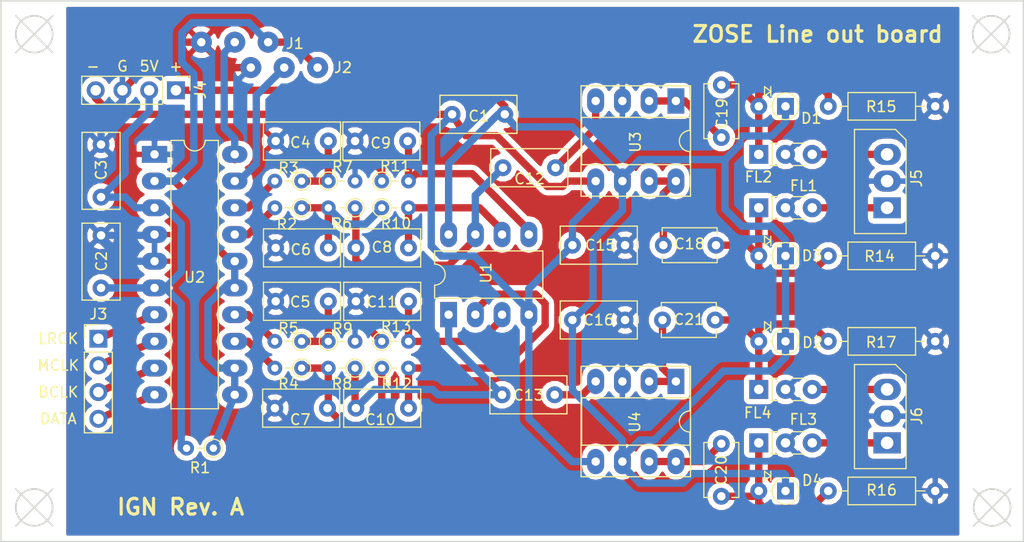
<source format=kicad_pcb>
(kicad_pcb (version 4) (host pcbnew 4.0.7)
  (title_block (date 2018-03-27) (rev 3))
  (layers (0 F.Cu signal) (31 B.Cu signal) (35 F.Paste user hide) (37 F.SilkS user) (39 F.Mask user hide) (44 Edge.Cuts user))
  (net 0 "")
  (net 1 +5V)
  (net 2 GNDA)
  (net 3 "Net-(C4-Pad1)")
  (net 4 "Net-(C5-Pad1)")
  (net 5 "Net-(C6-Pad1)")
  (net 6 "Net-(C12-Pad1)")
  (net 7 "Net-(C10-Pad1)")
  (net 8 "Net-(C12-Pad2)")
  (net 9 "Net-(C13-Pad2)")
  (net 10 -12V)
  (net 11 "Net-(C18-Pad1)")
  (net 12 "Net-(C18-Pad2)")
  (net 13 "Net-(C19-Pad1)")
  (net 14 "Net-(C19-Pad2)")
  (net 15 "Net-(C20-Pad1)")
  (net 16 "Net-(C20-Pad2)")
  (net 17 "Net-(C21-Pad1)")
  (net 18 "Net-(C21-Pad2)")
  (net 19 "Net-(R2-Pad2)")
  (net 20 "Net-(R3-Pad2)")
  (net 21 "Net-(R4-Pad2)")
  (net 22 "Net-(R5-Pad2)")
  (net 23 LRCK)
  (net 24 MCLK)
  (net 25 BCLK)
  (net 26 SDATA)
  (net 27 +15V)
  (net 28 "Net-(C7-Pad1)")
  (net 29 "Net-(C8-Pad2)")
  (net 30 "Net-(C9-Pad1)")
  (net 31 "Net-(C10-Pad2)")
  (net 32 "Net-(C11-Pad1)")
  (net 33 "Net-(FL1-Pad3)")
  (net 34 "Net-(FL2-Pad3)")
  (net 35 "Net-(FL3-Pad3)")
  (net 36 "Net-(FL4-Pad3)")
  (net 37 "Net-(J1-Pad1)")
  (net 38 "Net-(J1-Pad2)")
  (net 39 "Net-(J2-Pad2)")
  (module Wire_Pads:SolderWirePad_3x_0-8mmDrill (layer F.Cu) (at 131.699 78.105 180)
    (fp_text reference J2 (at -5.588 0 180) (layer F.SilkS))
    (fp_text value GS3)
    (pad 1 thru_hole circle (at -3.175 0 180) (size 1.99898 1.99898) (drill 0.8001) (layers *.Cu *.Mask) (net 37 "Net-(J1-Pad1)"))
    (pad 2 thru_hole circle (at 0 0 180) (size 1.99898 1.99898) (drill 0.8001) (layers *.Cu *.Mask) (net 39 "Net-(J2-Pad2)"))
    (pad 3 thru_hole circle (at 3.175 0 180) (size 1.99898 1.99898) (drill 0.8001) (layers *.Cu *.Mask) (net 2 GNDA))
  )
  (module Wire_Pads:SolderWirePad_3x_0-8mmDrill (layer F.Cu) (at 127 75.692 180)
    (fp_text reference J1 (at -5.715 -0.127 180) (layer F.SilkS))
    (fp_text value GS3)
    (pad 1 thru_hole circle (at -3.175 0 180) (size 1.99898 1.99898) (drill 0.8001) (layers *.Cu *.Mask) (net 37 "Net-(J1-Pad1)"))
    (pad 2 thru_hole circle (at 0 0 180) (size 1.99898 1.99898) (drill 0.8001) (layers *.Cu *.Mask) (net 38 "Net-(J1-Pad2)"))
    (pad 3 thru_hole circle (at 3.175 0 180) (size 1.99898 1.99898) (drill 0.8001) (layers *.Cu *.Mask) (net 2 GNDA))
  )
  (module Diodes_THT:D_DO-35_SOD27_P2.54mm_Vertical_AnodeUp (layer F.Cu) (at 179.324 118.364 180)
    (fp_text reference D4 (at -2.54 1.0033 180) (layer F.SilkS))
    (fp_text value D)
    (pad 1 thru_hole rect (at 0 0 180) (size 1.6 1.6) (drill 0.8) (layers *.Cu *.Mask) (net 27 +15V))
    (pad 2 thru_hole oval (at 2.54 0 180) (size 1.6 1.6) (drill 0.8) (layers *.Cu *.Mask) (net 16 "Net-(C20-Pad2)"))
  )
  (module Diodes_THT:D_DO-35_SOD27_P2.54mm_Vertical_AnodeUp (layer F.Cu) (at 179.324 81.788 180)
    (fp_text reference D1 (at -2.4511 -1.143 180) (layer F.SilkS))
    (fp_text value D)
    (pad 1 thru_hole rect (at 0 0 180) (size 1.6 1.6) (drill 0.8) (layers *.Cu *.Mask) (net 27 +15V))
    (pad 2 thru_hole oval (at 2.54 0 180) (size 1.6 1.6) (drill 0.8) (layers *.Cu *.Mask) (net 14 "Net-(C19-Pad2)"))
  )
  (module Resistors_THT:R_Axial_DIN0204_L3.6mm_D1.6mm_P2.54mm_Vertical (layer F.Cu) (at 138.43 106.68 180)
    (fp_text reference R8 (at 1.2446 -1.4859 180) (layer F.SilkS))
    (fp_text value 13.7k)
    (pad 1 thru_hole circle (at 0 0 180) (size 1.4 1.4) (drill 0.7) (layers *.Cu *.Mask) (net 7 "Net-(C10-Pad1)"))
    (pad 2 thru_hole oval (at 2.54 0 180) (size 1.4 1.4) (drill 0.7) (layers *.Cu *.Mask) (net 28 "Net-(C7-Pad1)"))
  )
  (module Capacitors_THT:C_Rect_L7.2mm_W3.5mm_P5.00mm_FKS2_FKP2_MKS2_MKP2 (layer F.Cu) (at 152.654 82.55 180)
    (fp_text reference C1 (at 2.4727 -0.1651 180) (layer F.SilkS))
    (fp_text value 0.1uF)
    (pad 1 thru_hole circle (at 0 0 180) (size 1.6 1.6) (drill 0.8) (layers *.Cu *.Mask) (net 27 +15V))
    (pad 2 thru_hole circle (at 5 0 180) (size 1.6 1.6) (drill 0.8) (layers *.Cu *.Mask) (net 10 -12V))
  )
  (module Capacitors_THT:C_Rect_L7.2mm_W3.5mm_P5.00mm_FKS2_FKP2_MKS2_MKP2 (layer F.Cu) (at 114.3 99.06 90)
    (fp_text reference C2 (at 2.5362 0.0381 90) (layer F.SilkS))
    (fp_text value 0.1uF)
    (pad 1 thru_hole circle (at 0 0 90) (size 1.6 1.6) (drill 0.8) (layers *.Cu *.Mask) (net 1 +5V))
    (pad 2 thru_hole circle (at 5 0 90) (size 1.6 1.6) (drill 0.8) (layers *.Cu *.Mask) (net 2 GNDA))
  )
  (module Capacitors_THT:C_Rect_L7.2mm_W3.5mm_P5.00mm_FKS2_FKP2_MKS2_MKP2 (layer F.Cu) (at 114.3 90.424 90)
    (fp_text reference C3 (at 2.5781 0.0127 90) (layer F.SilkS))
    (fp_text value 10uF)
    (pad 1 thru_hole circle (at 0 0 90) (size 1.6 1.6) (drill 0.8) (layers *.Cu *.Mask) (net 1 +5V))
    (pad 2 thru_hole circle (at 5 0 90) (size 1.6 1.6) (drill 0.8) (layers *.Cu *.Mask) (net 2 GNDA))
  )
  (module Capacitors_THT:C_Rect_L7.2mm_W3.5mm_P5.00mm_FKS2_FKP2_MKS2_MKP2 (layer F.Cu) (at 135.89 85.09 180)
    (fp_text reference C4 (at 2.6543 -0.1397 180) (layer F.SilkS))
    (fp_text value 1nF)
    (pad 1 thru_hole circle (at 0 0 180) (size 1.6 1.6) (drill 0.8) (layers *.Cu *.Mask) (net 3 "Net-(C4-Pad1)"))
    (pad 2 thru_hole circle (at 5 0 180) (size 1.6 1.6) (drill 0.8) (layers *.Cu *.Mask) (net 2 GNDA))
  )
  (module Capacitors_THT:C_Rect_L7.2mm_W3.5mm_P5.00mm_FKS2_FKP2_MKS2_MKP2 (layer F.Cu) (at 135.89 100.33 180)
    (fp_text reference C5 (at 2.667 -0.0635 180) (layer F.SilkS))
    (fp_text value 1nF)
    (pad 1 thru_hole circle (at 0 0 180) (size 1.6 1.6) (drill 0.8) (layers *.Cu *.Mask) (net 4 "Net-(C5-Pad1)"))
    (pad 2 thru_hole circle (at 5 0 180) (size 1.6 1.6) (drill 0.8) (layers *.Cu *.Mask) (net 2 GNDA))
  )
  (module Capacitors_THT:C_Rect_L7.2mm_W3.5mm_P5.00mm_FKS2_FKP2_MKS2_MKP2 (layer F.Cu) (at 135.89 95.25 180)
    (fp_text reference C6 (at 2.6162 -0.1651 180) (layer F.SilkS))
    (fp_text value 1nF)
    (pad 1 thru_hole circle (at 0 0 180) (size 1.6 1.6) (drill 0.8) (layers *.Cu *.Mask) (net 5 "Net-(C6-Pad1)"))
    (pad 2 thru_hole circle (at 5 0 180) (size 1.6 1.6) (drill 0.8) (layers *.Cu *.Mask) (net 2 GNDA))
  )
  (module Capacitors_THT:C_Rect_L7.2mm_W3.5mm_P5.00mm_FKS2_FKP2_MKS2_MKP2 (layer F.Cu) (at 135.81 110.49 180)
    (fp_text reference C7 (at 2.587 -1.0922 180) (layer F.SilkS))
    (fp_text value 1nF)
    (pad 1 thru_hole circle (at 0 0 180) (size 1.6 1.6) (drill 0.8) (layers *.Cu *.Mask) (net 28 "Net-(C7-Pad1)"))
    (pad 2 thru_hole circle (at 5 0 180) (size 1.6 1.6) (drill 0.8) (layers *.Cu *.Mask) (net 2 GNDA))
  )
  (module Capacitors_THT:C_Rect_L7.2mm_W3.5mm_P5.00mm_FKS2_FKP2_MKS2_MKP2 (layer F.Cu) (at 138.51 95.25)
    (fp_text reference C8 (at 2.4727 -0.0635) (layer F.SilkS))
    (fp_text value 220pF)
    (pad 1 thru_hole circle (at 0 0) (size 1.6 1.6) (drill 0.8) (layers *.Cu *.Mask) (net 6 "Net-(C12-Pad1)"))
    (pad 2 thru_hole circle (at 5 0) (size 1.6 1.6) (drill 0.8) (layers *.Cu *.Mask) (net 29 "Net-(C8-Pad2)"))
  )
  (module Capacitors_THT:C_Rect_L7.2mm_W3.5mm_P5.00mm_FKS2_FKP2_MKS2_MKP2 (layer F.Cu) (at 143.43 85.09 180)
    (fp_text reference C9 (at 2.5616 -0.1905 180) (layer F.SilkS))
    (fp_text value 220pF)
    (pad 1 thru_hole circle (at 0 0 180) (size 1.6 1.6) (drill 0.8) (layers *.Cu *.Mask) (net 30 "Net-(C9-Pad1)"))
    (pad 2 thru_hole circle (at 5 0 180) (size 1.6 1.6) (drill 0.8) (layers *.Cu *.Mask) (net 2 GNDA))
  )
  (module Capacitors_THT:C_Rect_L7.2mm_W3.5mm_P5.00mm_FKS2_FKP2_MKS2_MKP2 (layer F.Cu) (at 138.51 110.49)
    (fp_text reference C10 (at 2.333 1.0922) (layer F.SilkS))
    (fp_text value 220pF)
    (pad 1 thru_hole circle (at 0 0) (size 1.6 1.6) (drill 0.8) (layers *.Cu *.Mask) (net 7 "Net-(C10-Pad1)"))
    (pad 2 thru_hole circle (at 5 0) (size 1.6 1.6) (drill 0.8) (layers *.Cu *.Mask) (net 31 "Net-(C10-Pad2)"))
  )
  (module Capacitors_THT:C_Rect_L7.2mm_W3.5mm_P5.00mm_FKS2_FKP2_MKS2_MKP2 (layer F.Cu) (at 143.51 100.33 180)
    (fp_text reference C11 (at 2.5273 -0.0635 180) (layer F.SilkS))
    (fp_text value 220pF)
    (pad 1 thru_hole circle (at 0 0 180) (size 1.6 1.6) (drill 0.8) (layers *.Cu *.Mask) (net 32 "Net-(C11-Pad1)"))
    (pad 2 thru_hole circle (at 5 0 180) (size 1.6 1.6) (drill 0.8) (layers *.Cu *.Mask) (net 2 GNDA))
  )
  (module Capacitors_THT:C_Rect_L7.2mm_W3.5mm_P5.00mm_FKS2_FKP2_MKS2_MKP2 (layer F.Cu) (at 152.48 87.63)
    (fp_text reference C12 (at 2.5362 1.0541) (layer F.SilkS))
    (fp_text value 47uF)
    (pad 1 thru_hole circle (at 0 0) (size 1.6 1.6) (drill 0.8) (layers *.Cu *.Mask) (net 6 "Net-(C12-Pad1)"))
    (pad 2 thru_hole circle (at 5 0) (size 1.6 1.6) (drill 0.8) (layers *.Cu *.Mask) (net 8 "Net-(C12-Pad2)"))
  )
  (module Capacitors_THT:C_Rect_L7.2mm_W3.5mm_P5.00mm_FKS2_FKP2_MKS2_MKP2 (layer F.Cu) (at 152.4 109.22)
    (fp_text reference C13 (at 2.5146 0.0381) (layer F.SilkS))
    (fp_text value 47uF)
    (pad 1 thru_hole circle (at 0 0) (size 1.6 1.6) (drill 0.8) (layers *.Cu *.Mask) (net 7 "Net-(C10-Pad1)"))
    (pad 2 thru_hole circle (at 5 0) (size 1.6 1.6) (drill 0.8) (layers *.Cu *.Mask) (net 9 "Net-(C13-Pad2)"))
  )
  (module Capacitors_THT:C_Rect_L7.2mm_W3.5mm_P5.00mm_FKS2_FKP2_MKS2_MKP2 (layer F.Cu) (at 164.084 94.996 180)
    (fp_text reference C15 (at 2.3584 0 360) (layer F.SilkS))
    (fp_text value 1uF)
    (pad 1 thru_hole circle (at 0 0 180) (size 1.6 1.6) (drill 0.8) (layers *.Cu *.Mask) (net 2 GNDA))
    (pad 2 thru_hole circle (at 5 0 180) (size 1.6 1.6) (drill 0.8) (layers *.Cu *.Mask) (net 10 -12V))
  )
  (module Capacitors_THT:C_Rect_L7.2mm_W3.5mm_P5.00mm_FKS2_FKP2_MKS2_MKP2 (layer F.Cu) (at 164.084 102.108 180)
    (fp_text reference C16 (at 2.5108 0 180) (layer F.SilkS))
    (fp_text value 1uF)
    (pad 1 thru_hole circle (at 0 0 180) (size 1.6 1.6) (drill 0.8) (layers *.Cu *.Mask) (net 2 GNDA))
    (pad 2 thru_hole circle (at 5 0 180) (size 1.6 1.6) (drill 0.8) (layers *.Cu *.Mask) (net 27 +15V))
  )
  (module Capacitors_THT:C_Disc_D5.1mm_W3.2mm_P5.00mm (layer F.Cu) (at 167.72 94.996)
    (fp_text reference C18 (at 2.4854 -0.127) (layer F.SilkS))
    (fp_text value 220uF)
    (pad 1 thru_hole circle (at 0 0) (size 1.6 1.6) (drill 0.8) (layers *.Cu *.Mask) (net 11 "Net-(C18-Pad1)"))
    (pad 2 thru_hole circle (at 5 0) (size 1.6 1.6) (drill 0.8) (layers *.Cu *.Mask) (net 12 "Net-(C18-Pad2)"))
  )
  (module Capacitors_THT:C_Disc_D5.1mm_W3.2mm_P5.00mm (layer F.Cu) (at 173.228 84.756 90)
    (fp_text reference C19 (at 2.286 0.0635 90) (layer F.SilkS))
    (fp_text value 220uF)
    (pad 1 thru_hole circle (at 0 0 90) (size 1.6 1.6) (drill 0.8) (layers *.Cu *.Mask) (net 13 "Net-(C19-Pad1)"))
    (pad 2 thru_hole circle (at 5 0 90) (size 1.6 1.6) (drill 0.8) (layers *.Cu *.Mask) (net 14 "Net-(C19-Pad2)"))
  )
  (module Capacitors_THT:C_Disc_D5.1mm_W3.2mm_P5.00mm (layer F.Cu) (at 173.228 113.872 270)
    (fp_text reference C20 (at 2.5146 0 270) (layer F.SilkS))
    (fp_text value 220uF)
    (pad 1 thru_hole circle (at 0 0 270) (size 1.6 1.6) (drill 0.8) (layers *.Cu *.Mask) (net 15 "Net-(C20-Pad1)"))
    (pad 2 thru_hole circle (at 5 0 270) (size 1.6 1.6) (drill 0.8) (layers *.Cu *.Mask) (net 16 "Net-(C20-Pad2)"))
  )
  (module Capacitors_THT:C_Disc_D5.1mm_W3.2mm_P5.00mm (layer F.Cu) (at 167.64 102.108)
    (fp_text reference C21 (at 2.5108 -0.0508) (layer F.SilkS))
    (fp_text value 220uF)
    (pad 1 thru_hole circle (at 0 0) (size 1.6 1.6) (drill 0.8) (layers *.Cu *.Mask) (net 17 "Net-(C21-Pad1)"))
    (pad 2 thru_hole circle (at 5 0) (size 1.6 1.6) (drill 0.8) (layers *.Cu *.Mask) (net 18 "Net-(C21-Pad2)"))
  )
  (module Diodes_THT:D_DO-35_SOD27_P2.54mm_Vertical_AnodeUp (layer F.Cu) (at 179.324 104.14 180)
    (fp_text reference D2 (at -2.5654 -0.1143 180) (layer F.SilkS))
    (fp_text value D)
    (pad 1 thru_hole rect (at 0 0 180) (size 1.6 1.6) (drill 0.8) (layers *.Cu *.Mask) (net 27 +15V))
    (pad 2 thru_hole oval (at 2.54 0 180) (size 1.6 1.6) (drill 0.8) (layers *.Cu *.Mask) (net 18 "Net-(C21-Pad2)"))
  )
  (module Diodes_THT:D_DO-35_SOD27_P2.54mm_Vertical_AnodeUp (layer F.Cu) (at 179.324 96.012 180)
    (fp_text reference D3 (at -2.5273 0.0127 180) (layer F.SilkS))
    (fp_text value D)
    (pad 1 thru_hole rect (at 0 0 180) (size 1.6 1.6) (drill 0.8) (layers *.Cu *.Mask) (net 27 +15V))
    (pad 2 thru_hole oval (at 2.54 0 180) (size 1.6 1.6) (drill 0.8) (layers *.Cu *.Mask) (net 12 "Net-(C18-Pad2)"))
  )
  (module LEDs:LED_Rectangular_W5.0mm_H2.0mm-3pins (layer F.Cu) (at 176.784 91.44)
    (fp_text reference FL1 (at 4.2672 -2.0955) (layer F.SilkS))
    (fp_text value EMI_Filter_LCL)
    (pad 1 thru_hole rect (at 0 0) (size 1.8 1.8) (drill 0.9) (layers *.Cu *.Mask) (net 12 "Net-(C18-Pad2)"))
    (pad 2 thru_hole circle (at 2.54 0) (size 1.8 1.8) (drill 0.9) (layers *.Cu *.Mask) (net 2 GNDA))
    (pad 3 thru_hole circle (at 5.08 0) (size 1.8 1.8) (drill 0.9) (layers *.Cu *.Mask) (net 33 "Net-(FL1-Pad3)"))
  )
  (module LEDs:LED_Rectangular_W5.0mm_H2.0mm-3pins (layer F.Cu) (at 176.784 86.36)
    (fp_text reference FL2 (at -0.0254 2.1463) (layer F.SilkS))
    (fp_text value EMI_Filter_LCL)
    (pad 1 thru_hole rect (at 0 0) (size 1.8 1.8) (drill 0.9) (layers *.Cu *.Mask) (net 14 "Net-(C19-Pad2)"))
    (pad 2 thru_hole circle (at 2.54 0) (size 1.8 1.8) (drill 0.9) (layers *.Cu *.Mask) (net 2 GNDA))
    (pad 3 thru_hole circle (at 5.08 0) (size 1.8 1.8) (drill 0.9) (layers *.Cu *.Mask) (net 34 "Net-(FL2-Pad3)"))
  )
  (module LEDs:LED_Rectangular_W5.0mm_H2.0mm-3pins (layer F.Cu) (at 176.784 113.792)
    (fp_text reference FL3 (at 4.2418 -2.2352) (layer F.SilkS))
    (fp_text value EMI_Filter_LCL)
    (pad 1 thru_hole rect (at 0 0) (size 1.8 1.8) (drill 0.9) (layers *.Cu *.Mask) (net 16 "Net-(C20-Pad2)"))
    (pad 2 thru_hole circle (at 2.54 0) (size 1.8 1.8) (drill 0.9) (layers *.Cu *.Mask) (net 2 GNDA))
    (pad 3 thru_hole circle (at 5.08 0) (size 1.8 1.8) (drill 0.9) (layers *.Cu *.Mask) (net 35 "Net-(FL3-Pad3)"))
  )
  (module LEDs:LED_Rectangular_W5.0mm_H2.0mm-3pins (layer F.Cu) (at 176.784 108.712)
    (fp_text reference FL4 (at -0.1016 2.2225) (layer F.SilkS))
    (fp_text value EMI_Filter_LCL)
    (pad 1 thru_hole rect (at 0 0) (size 1.8 1.8) (drill 0.9) (layers *.Cu *.Mask) (net 18 "Net-(C21-Pad2)"))
    (pad 2 thru_hole circle (at 2.54 0) (size 1.8 1.8) (drill 0.9) (layers *.Cu *.Mask) (net 2 GNDA))
    (pad 3 thru_hole circle (at 5.08 0) (size 1.8 1.8) (drill 0.9) (layers *.Cu *.Mask) (net 36 "Net-(FL4-Pad3)"))
  )
  (module Pin_Headers:Pin_Header_Straight_1x04_Pitch2.54mm (layer F.Cu) (at 114.046 103.886)
    (fp_text reference J3 (at 0 -2.33) (layer F.SilkS))
    (fp_text value "Data In")
    (pad 1 thru_hole rect (at 0 0) (size 1.7 1.7) (drill 1) (layers *.Cu *.Mask) (net 23 LRCK))
    (pad 2 thru_hole oval (at 0 2.54) (size 1.7 1.7) (drill 1) (layers *.Cu *.Mask) (net 24 MCLK))
    (pad 3 thru_hole oval (at 0 5.08) (size 1.7 1.7) (drill 1) (layers *.Cu *.Mask) (net 25 BCLK))
    (pad 4 thru_hole oval (at 0 7.62) (size 1.7 1.7) (drill 1) (layers *.Cu *.Mask) (net 26 SDATA))
  )
  (module Pin_Headers:Pin_Header_Straight_1x04_Pitch2.54mm (layer F.Cu) (at 121.412 80.264 270)
    (fp_text reference J4 (at 0 -2.33 270) (layer F.SilkS))
    (fp_text value "Power In")
    (pad 1 thru_hole rect (at 0 0 270) (size 1.7 1.7) (drill 1) (layers *.Cu *.Mask) (net 27 +15V))
    (pad 2 thru_hole oval (at 0 2.54 270) (size 1.7 1.7) (drill 1) (layers *.Cu *.Mask) (net 1 +5V))
    (pad 3 thru_hole oval (at 0 5.08 270) (size 1.7 1.7) (drill 1) (layers *.Cu *.Mask) (net 2 GNDA))
    (pad 4 thru_hole oval (at 0 7.62 270) (size 1.7 1.7) (drill 1) (layers *.Cu *.Mask) (net 10 -12V))
  )
  (module Connectors_Molex:Molex_SPOX-5267_22-03-5035_03x2.54mm_Straight (layer F.Cu) (at 188.976 91.44 90)
    (fp_text reference J5 (at 2.8067 2.794 90) (layer F.SilkS))
    (fp_text value Left)
    (pad 1 thru_hole rect (at 0 0 90) (size 2 2.6) (drill 1.2) (layers *.Cu *.Mask) (net 33 "Net-(FL1-Pad3)"))
    (pad 2 thru_hole oval (at 2.54 0 90) (size 2 2.6) (drill 1.2) (layers *.Cu *.Mask) (net 2 GNDA))
    (pad 3 thru_hole oval (at 5.08 0 90) (size 2 2.6) (drill 1.2) (layers *.Cu *.Mask) (net 34 "Net-(FL2-Pad3)"))
  )
  (module Connectors_Molex:Molex_SPOX-5267_22-03-5035_03x2.54mm_Straight (layer F.Cu) (at 188.976 113.792 90)
    (fp_text reference J6 (at 2.54 2.8194 90) (layer F.SilkS))
    (fp_text value Right)
    (pad 1 thru_hole rect (at 0 0 90) (size 2 2.6) (drill 1.2) (layers *.Cu *.Mask) (net 35 "Net-(FL3-Pad3)"))
    (pad 2 thru_hole oval (at 2.54 0 90) (size 2 2.6) (drill 1.2) (layers *.Cu *.Mask) (net 2 GNDA))
    (pad 3 thru_hole oval (at 5.08 0 90) (size 2 2.6) (drill 1.2) (layers *.Cu *.Mask) (net 36 "Net-(FL4-Pad3)"))
  )
  (module Resistors_THT:R_Axial_DIN0204_L3.6mm_D1.6mm_P2.54mm_Vertical (layer F.Cu) (at 124.968 114.3 180)
    (fp_text reference R1 (at 1.27 -1.86 180) (layer F.SilkS))
    (fp_text value 1k)
    (pad 1 thru_hole circle (at 0 0 180) (size 1.4 1.4) (drill 0.7) (layers *.Cu *.Mask) (net 37 "Net-(J1-Pad1)"))
    (pad 2 thru_hole oval (at 2.54 0 180) (size 1.4 1.4) (drill 0.7) (layers *.Cu *.Mask) (net 1 +5V))
  )
  (module Resistors_THT:R_Axial_DIN0204_L3.6mm_D1.6mm_P2.54mm_Vertical (layer F.Cu) (at 133.35 91.44 180)
    (fp_text reference R2 (at 1.397 -1.5621 180) (layer F.SilkS))
    (fp_text value 13.7k)
    (pad 1 thru_hole circle (at 0 0 180) (size 1.4 1.4) (drill 0.7) (layers *.Cu *.Mask) (net 5 "Net-(C6-Pad1)"))
    (pad 2 thru_hole oval (at 2.54 0 180) (size 1.4 1.4) (drill 0.7) (layers *.Cu *.Mask) (net 19 "Net-(R2-Pad2)"))
  )
  (module Resistors_THT:R_Axial_DIN0204_L3.6mm_D1.6mm_P2.54mm_Vertical (layer F.Cu) (at 133.35 88.9 180)
    (fp_text reference R3 (at 1.2319 1.2573 180) (layer F.SilkS))
    (fp_text value 13.7k)
    (pad 1 thru_hole circle (at 0 0 180) (size 1.4 1.4) (drill 0.7) (layers *.Cu *.Mask) (net 3 "Net-(C4-Pad1)"))
    (pad 2 thru_hole oval (at 2.54 0 180) (size 1.4 1.4) (drill 0.7) (layers *.Cu *.Mask) (net 20 "Net-(R3-Pad2)"))
  )
  (module Resistors_THT:R_Axial_DIN0204_L3.6mm_D1.6mm_P2.54mm_Vertical (layer F.Cu) (at 133.35 106.68 180)
    (fp_text reference R4 (at 1.2446 -1.4859 180) (layer F.SilkS))
    (fp_text value 13.7k)
    (pad 1 thru_hole circle (at 0 0 180) (size 1.4 1.4) (drill 0.7) (layers *.Cu *.Mask) (net 28 "Net-(C7-Pad1)"))
    (pad 2 thru_hole oval (at 2.54 0 180) (size 1.4 1.4) (drill 0.7) (layers *.Cu *.Mask) (net 21 "Net-(R4-Pad2)"))
  )
  (module Resistors_THT:R_Axial_DIN0204_L3.6mm_D1.6mm_P2.54mm_Vertical (layer F.Cu) (at 133.35 104.14 180)
    (fp_text reference R5 (at 1.2446 1.2446 180) (layer F.SilkS))
    (fp_text value 13.7k)
    (pad 1 thru_hole circle (at 0 0 180) (size 1.4 1.4) (drill 0.7) (layers *.Cu *.Mask) (net 4 "Net-(C5-Pad1)"))
    (pad 2 thru_hole oval (at 2.54 0 180) (size 1.4 1.4) (drill 0.7) (layers *.Cu *.Mask) (net 22 "Net-(R5-Pad2)"))
  )
  (module Resistors_THT:R_Axial_DIN0204_L3.6mm_D1.6mm_P2.54mm_Vertical (layer F.Cu) (at 138.43 91.44 180)
    (fp_text reference R6 (at 1.2573 -1.5113 180) (layer F.SilkS))
    (fp_text value 13.7k)
    (pad 1 thru_hole circle (at 0 0 180) (size 1.4 1.4) (drill 0.7) (layers *.Cu *.Mask) (net 6 "Net-(C12-Pad1)"))
    (pad 2 thru_hole oval (at 2.54 0 180) (size 1.4 1.4) (drill 0.7) (layers *.Cu *.Mask) (net 5 "Net-(C6-Pad1)"))
  )
  (module Resistors_THT:R_Axial_DIN0204_L3.6mm_D1.6mm_P2.54mm_Vertical (layer F.Cu) (at 135.89 88.9)
    (fp_text reference R7 (at 1.3335 -1.3589) (layer F.SilkS))
    (fp_text value 13.7k)
    (pad 1 thru_hole circle (at 0 0) (size 1.4 1.4) (drill 0.7) (layers *.Cu *.Mask) (net 3 "Net-(C4-Pad1)"))
    (pad 2 thru_hole oval (at 2.54 0) (size 1.4 1.4) (drill 0.7) (layers *.Cu *.Mask) (net 2 GNDA))
  )
  (module Resistors_THT:R_Axial_DIN0204_L3.6mm_D1.6mm_P2.54mm_Vertical (layer F.Cu) (at 135.89 104.14)
    (fp_text reference R9 (at 1.3462 -1.2065) (layer F.SilkS))
    (fp_text value 13.7kR)
    (pad 1 thru_hole circle (at 0 0) (size 1.4 1.4) (drill 0.7) (layers *.Cu *.Mask) (net 4 "Net-(C5-Pad1)"))
    (pad 2 thru_hole oval (at 2.54 0) (size 1.4 1.4) (drill 0.7) (layers *.Cu *.Mask) (net 2 GNDA))
  )
  (module Resistors_THT:R_Axial_DIN0204_L3.6mm_D1.6mm_P2.54mm_Vertical (layer F.Cu) (at 140.97 91.44)
    (fp_text reference R10 (at 1.3462 1.4859) (layer F.SilkS))
    (fp_text value 3.32k)
    (pad 1 thru_hole circle (at 0 0) (size 1.4 1.4) (drill 0.7) (layers *.Cu *.Mask) (net 5 "Net-(C6-Pad1)"))
    (pad 2 thru_hole oval (at 2.54 0) (size 1.4 1.4) (drill 0.7) (layers *.Cu *.Mask) (net 29 "Net-(C8-Pad2)"))
  )
  (module Resistors_THT:R_Axial_DIN0204_L3.6mm_D1.6mm_P2.54mm_Vertical (layer F.Cu) (at 140.97 88.9)
    (fp_text reference R11 (at 1.2827 -1.4478) (layer F.SilkS))
    (fp_text value 3,32k)
    (pad 1 thru_hole circle (at 0 0) (size 1.4 1.4) (drill 0.7) (layers *.Cu *.Mask) (net 3 "Net-(C4-Pad1)"))
    (pad 2 thru_hole oval (at 2.54 0) (size 1.4 1.4) (drill 0.7) (layers *.Cu *.Mask) (net 30 "Net-(C9-Pad1)"))
  )
  (module Resistors_THT:R_Axial_DIN0204_L3.6mm_D1.6mm_P2.54mm_Vertical (layer F.Cu) (at 140.97 106.68)
    (fp_text reference R12 (at 1.4097 1.524) (layer F.SilkS))
    (fp_text value 3.32k)
    (pad 1 thru_hole circle (at 0 0) (size 1.4 1.4) (drill 0.7) (layers *.Cu *.Mask) (net 28 "Net-(C7-Pad1)"))
    (pad 2 thru_hole oval (at 2.54 0) (size 1.4 1.4) (drill 0.7) (layers *.Cu *.Mask) (net 31 "Net-(C10-Pad2)"))
  )
  (module Resistors_THT:R_Axial_DIN0204_L3.6mm_D1.6mm_P2.54mm_Vertical (layer F.Cu) (at 140.97 104.14)
    (fp_text reference R13 (at 1.3589 -1.4224) (layer F.SilkS))
    (fp_text value 3.32k)
    (pad 1 thru_hole circle (at 0 0) (size 1.4 1.4) (drill 0.7) (layers *.Cu *.Mask) (net 4 "Net-(C5-Pad1)"))
    (pad 2 thru_hole oval (at 2.54 0) (size 1.4 1.4) (drill 0.7) (layers *.Cu *.Mask) (net 32 "Net-(C11-Pad1)"))
  )
  (module Resistors_THT:R_Axial_DIN0207_L6.3mm_D2.5mm_P10.16mm_Horizontal (layer F.Cu) (at 183.388 96.012)
    (fp_text reference R14 (at 4.8768 0.0381) (layer F.SilkS))
    (fp_text value 100k)
    (pad 1 thru_hole circle (at 0 0) (size 1.6 1.6) (drill 0.8) (layers *.Cu *.Mask) (net 12 "Net-(C18-Pad2)"))
    (pad 2 thru_hole oval (at 10.16 0) (size 1.6 1.6) (drill 0.8) (layers *.Cu *.Mask) (net 2 GNDA))
  )
  (module Resistors_THT:R_Axial_DIN0207_L6.3mm_D2.5mm_P10.16mm_Horizontal (layer F.Cu) (at 193.548 81.788 180)
    (fp_text reference R15 (at 5.1308 -0.0381 180) (layer F.SilkS))
    (fp_text value 100k)
    (pad 1 thru_hole circle (at 0 0 180) (size 1.6 1.6) (drill 0.8) (layers *.Cu *.Mask) (net 2 GNDA))
    (pad 2 thru_hole oval (at 10.16 0 180) (size 1.6 1.6) (drill 0.8) (layers *.Cu *.Mask) (net 14 "Net-(C19-Pad2)"))
  )
  (module Resistors_THT:R_Axial_DIN0207_L6.3mm_D2.5mm_P10.16mm_Horizontal (layer F.Cu) (at 183.388 118.364)
    (fp_text reference R16 (at 5.0673 -0.0762) (layer F.SilkS))
    (fp_text value 100k)
    (pad 1 thru_hole circle (at 0 0) (size 1.6 1.6) (drill 0.8) (layers *.Cu *.Mask) (net 16 "Net-(C20-Pad2)"))
    (pad 2 thru_hole oval (at 10.16 0) (size 1.6 1.6) (drill 0.8) (layers *.Cu *.Mask) (net 2 GNDA))
  )
  (module Resistors_THT:R_Axial_DIN0207_L6.3mm_D2.5mm_P10.16mm_Horizontal (layer F.Cu) (at 193.548 104.14 180)
    (fp_text reference R17 (at 5.1435 -0.0889 180) (layer F.SilkS))
    (fp_text value 100k)
    (pad 1 thru_hole circle (at 0 0 180) (size 1.6 1.6) (drill 0.8) (layers *.Cu *.Mask) (net 2 GNDA))
    (pad 2 thru_hole oval (at 10.16 0 180) (size 1.6 1.6) (drill 0.8) (layers *.Cu *.Mask) (net 18 "Net-(C21-Pad2)"))
  )
  (module Housings_DIP:DIP-8_W7.62mm_LongPads (layer F.Cu) (at 147.32 101.6 90)
    (fp_text reference U1 (at 3.9751 3.556 90) (layer F.SilkS))
    (fp_text value OPA2604)
    (pad 1 thru_hole rect (at 0 0 90) (size 2.4 1.6) (drill 0.8) (layers *.Cu *.Mask) (net 7 "Net-(C10-Pad1)"))
    (pad 5 thru_hole oval (at 7.62 7.62 90) (size 2.4 1.6) (drill 0.8) (layers *.Cu *.Mask) (net 30 "Net-(C9-Pad1)"))
    (pad 2 thru_hole oval (at 0 2.54 90) (size 2.4 1.6) (drill 0.8) (layers *.Cu *.Mask) (net 31 "Net-(C10-Pad2)"))
    (pad 6 thru_hole oval (at 7.62 5.08 90) (size 2.4 1.6) (drill 0.8) (layers *.Cu *.Mask) (net 29 "Net-(C8-Pad2)"))
    (pad 3 thru_hole oval (at 0 5.08 90) (size 2.4 1.6) (drill 0.8) (layers *.Cu *.Mask) (net 32 "Net-(C11-Pad1)"))
    (pad 7 thru_hole oval (at 7.62 2.54 90) (size 2.4 1.6) (drill 0.8) (layers *.Cu *.Mask) (net 6 "Net-(C12-Pad1)"))
    (pad 4 thru_hole oval (at 0 7.62 90) (size 2.4 1.6) (drill 0.8) (layers *.Cu *.Mask) (net 10 -12V))
    (pad 8 thru_hole oval (at 7.62 0 90) (size 2.4 1.6) (drill 0.8) (layers *.Cu *.Mask) (net 27 +15V))
  )
  (module Housings_DIP:DIP-20_W7.62mm_LongPads (layer F.Cu) (at 119.38 86.36)
    (fp_text reference U2 (at 3.81 11.684) (layer F.SilkS))
    (fp_text value CS4390)
    (pad 1 thru_hole rect (at 0 0) (size 2.4 1.6) (drill 0.8) (layers *.Cu *.Mask) (net 2 GNDA))
    (pad 11 thru_hole oval (at 7.62 22.86) (size 2.4 1.6) (drill 0.8) (layers *.Cu *.Mask) (net 37 "Net-(J1-Pad1)"))
    (pad 2 thru_hole oval (at 0 2.54) (size 2.4 1.6) (drill 0.8) (layers *.Cu *.Mask) (net 37 "Net-(J1-Pad1)"))
    (pad 12 thru_hole oval (at 7.62 20.32) (size 2.4 1.6) (drill 0.8) (layers *.Cu *.Mask) (net 37 "Net-(J1-Pad1)"))
    (pad 3 thru_hole oval (at 0 5.08) (size 2.4 1.6) (drill 0.8) (layers *.Cu *.Mask) (net 1 +5V))
    (pad 13 thru_hole oval (at 7.62 17.78) (size 2.4 1.6) (drill 0.8) (layers *.Cu *.Mask) (net 21 "Net-(R4-Pad2)"))
    (pad 4 thru_hole oval (at 0 7.62) (size 2.4 1.6) (drill 0.8) (layers *.Cu *.Mask) (net 2 GNDA))
    (pad 14 thru_hole oval (at 7.62 15.24) (size 2.4 1.6) (drill 0.8) (layers *.Cu *.Mask) (net 22 "Net-(R5-Pad2)"))
    (pad 5 thru_hole oval (at 0 10.16) (size 2.4 1.6) (drill 0.8) (layers *.Cu *.Mask) (net 2 GNDA))
    (pad 15 thru_hole oval (at 7.62 12.7) (size 2.4 1.6) (drill 0.8) (layers *.Cu *.Mask) (net 37 "Net-(J1-Pad1)"))
    (pad 6 thru_hole oval (at 0 12.7) (size 2.4 1.6) (drill 0.8) (layers *.Cu *.Mask) (net 1 +5V))
    (pad 16 thru_hole oval (at 7.62 10.16) (size 2.4 1.6) (drill 0.8) (layers *.Cu *.Mask) (net 37 "Net-(J1-Pad1)"))
    (pad 7 thru_hole oval (at 0 15.24) (size 2.4 1.6) (drill 0.8) (layers *.Cu *.Mask) (net 23 LRCK))
    (pad 17 thru_hole oval (at 7.62 7.62) (size 2.4 1.6) (drill 0.8) (layers *.Cu *.Mask) (net 19 "Net-(R2-Pad2)"))
    (pad 8 thru_hole oval (at 0 17.78) (size 2.4 1.6) (drill 0.8) (layers *.Cu *.Mask) (net 24 MCLK))
    (pad 18 thru_hole oval (at 7.62 5.08) (size 2.4 1.6) (drill 0.8) (layers *.Cu *.Mask) (net 20 "Net-(R3-Pad2)"))
    (pad 9 thru_hole oval (at 0 20.32) (size 2.4 1.6) (drill 0.8) (layers *.Cu *.Mask) (net 25 BCLK))
    (pad 19 thru_hole oval (at 7.62 2.54) (size 2.4 1.6) (drill 0.8) (layers *.Cu *.Mask) (net 39 "Net-(J2-Pad2)"))
    (pad 10 thru_hole oval (at 0 22.86) (size 2.4 1.6) (drill 0.8) (layers *.Cu *.Mask) (net 26 SDATA))
    (pad 20 thru_hole oval (at 7.62 0) (size 2.4 1.6) (drill 0.8) (layers *.Cu *.Mask) (net 38 "Net-(J1-Pad2)"))
  )
  (module Housings_DIP:DIP-8_W7.62mm_Socket_LongPads (layer F.Cu) (at 168.91 81.28 270)
    (fp_text reference U3 (at 3.9116 3.8481 270) (layer F.SilkS))
    (fp_text value DRV134)
    (pad 1 thru_hole rect (at 0 0 270) (size 2.4 1.6) (drill 0.8) (layers *.Cu *.Mask) (net 13 "Net-(C19-Pad1)"))
    (pad 5 thru_hole oval (at 7.62 7.62 270) (size 2.4 1.6) (drill 0.8) (layers *.Cu *.Mask) (net 10 -12V))
    (pad 2 thru_hole oval (at 0 2.54 270) (size 2.4 1.6) (drill 0.8) (layers *.Cu *.Mask) (net 13 "Net-(C19-Pad1)"))
    (pad 6 thru_hole oval (at 7.62 5.08 270) (size 2.4 1.6) (drill 0.8) (layers *.Cu *.Mask) (net 27 +15V))
    (pad 3 thru_hole oval (at 0 5.08 270) (size 2.4 1.6) (drill 0.8) (layers *.Cu *.Mask) (net 2 GNDA))
    (pad 7 thru_hole oval (at 7.62 2.54 270) (size 2.4 1.6) (drill 0.8) (layers *.Cu *.Mask) (net 11 "Net-(C18-Pad1)"))
    (pad 4 thru_hole oval (at 0 7.62 270) (size 2.4 1.6) (drill 0.8) (layers *.Cu *.Mask) (net 8 "Net-(C12-Pad2)"))
    (pad 8 thru_hole oval (at 7.62 0 270) (size 2.4 1.6) (drill 0.8) (layers *.Cu *.Mask) (net 11 "Net-(C18-Pad1)"))
  )
  (module Housings_DIP:DIP-8_W7.62mm_Socket_LongPads (layer F.Cu) (at 168.91 107.95 270)
    (fp_text reference U4 (at 3.8608 3.8989 270) (layer F.SilkS))
    (fp_text value DRV134)
    (pad 1 thru_hole rect (at 0 0 270) (size 2.4 1.6) (drill 0.8) (layers *.Cu *.Mask) (net 17 "Net-(C21-Pad1)"))
    (pad 5 thru_hole oval (at 7.62 7.62 270) (size 2.4 1.6) (drill 0.8) (layers *.Cu *.Mask) (net 10 -12V))
    (pad 2 thru_hole oval (at 0 2.54 270) (size 2.4 1.6) (drill 0.8) (layers *.Cu *.Mask) (net 17 "Net-(C21-Pad1)"))
    (pad 6 thru_hole oval (at 7.62 5.08 270) (size 2.4 1.6) (drill 0.8) (layers *.Cu *.Mask) (net 27 +15V))
    (pad 3 thru_hole oval (at 0 5.08 270) (size 2.4 1.6) (drill 0.8) (layers *.Cu *.Mask) (net 2 GNDA))
    (pad 7 thru_hole oval (at 7.62 2.54 270) (size 2.4 1.6) (drill 0.8) (layers *.Cu *.Mask) (net 15 "Net-(C20-Pad1)"))
    (pad 4 thru_hole oval (at 0 7.62 270) (size 2.4 1.6) (drill 0.8) (layers *.Cu *.Mask) (net 9 "Net-(C13-Pad2)"))
    (pad 8 thru_hole oval (at 7.62 0 270) (size 2.4 1.6) (drill 0.8) (layers *.Cu *.Mask) (net 15 "Net-(C20-Pad1)"))
  )
  (gr_text DATA (at 110.236 111.506) (layer F.SilkS) (effects (font (size 1 1))))
  (gr_text BCLK (at 110.236 108.966) (layer F.SilkS) (effects (font (size 1 1))))
  (gr_text MCLK (at 110.236 106.426) (layer F.SilkS) (effects (font (size 1 1))))
  (gr_text LRCK (at 110.236 103.886) (layer F.SilkS) (effects (font (size 1 1))))
  (gr_text + (at 121.412 77.978) (layer F.SilkS) (effects (font (size 1 1))))
  (gr_text 5V (at 118.872 77.978) (layer F.SilkS) (effects (font (size 1 1))))
  (gr_text G (at 116.332 77.978) (layer F.SilkS) (effects (font (size 1 1))))
  (gr_text - (at 113.538 77.978) (layer F.SilkS) (effects (font (size 1 1))))
  (gr_text "ZOSE Line out board" (at 182.372 74.93) (layer F.SilkS) (effects (font (size 1.5 1.5) (thickness 0.3))))
  (gr_text "IGN Rev. A " (at 122.428 119.888) (layer F.SilkS) (effects (font (size 1.5 1.5) (thickness 0.3))))
  (gr_circle (center 107.95 119.9261) (end 107.9373 121.6787) (layer Edge.Cuts) (width 0.15))
  (gr_circle (center 198.9582 119.9388) (end 200.7108 119.9642) (layer Edge.Cuts) (width 0.15))
  (gr_circle (center 107.95 74.93) (end 109.7026 74.9681) (layer Edge.Cuts) (width 0.15))
  (gr_circle (center 198.8566 74.93) (end 200.6092 74.93) (layer Edge.Cuts) (width 0.15))
  (target x (at 198.861686 74.93) (size 3.5) (width 0.15) (layer Edge.Cuts))
  (gr_line (start 104.775 123.19) (end 104.775 71.755) (layer Edge.Cuts) (width 0.15))
  (gr_line (start 201.93 123.19) (end 104.775 123.19) (layer Edge.Cuts) (width 0.15))
  (gr_line (start 201.93 71.755) (end 201.93 123.19) (layer Edge.Cuts) (width 0.15))
  (gr_line (start 104.775 71.755) (end 201.93 71.755) (layer Edge.Cuts) (width 0.15))
  (target x (at 198.95 119.93) (size 3.5) (width 0.15) (layer Edge.Cuts))
  (target x (at 107.95 74.93) (size 3.5) (width 0.15) (layer Edge.Cuts))
  (target x (at 107.95 119.93) (size 3.5) (width 0.15) (layer Edge.Cuts))
  (segment (start 114.3 90.424) (end 116.586 90.424) (width 0.7) (layer B.Cu) (net 1))
  (segment (start 117.602 91.44) (end 119.38 91.44) (width 0.7) (layer B.Cu) (net 1))
  (segment (start 116.586 90.424) (end 117.602 91.44) (width 0.7) (layer B.Cu) (net 1))
  (segment (start 118.872 80.264) (end 118.872 82.296) (width 0.7) (layer B.Cu) (net 1))
  (segment (start 116.586 88.138) (end 114.3 90.424) (width 0.7) (layer B.Cu) (net 1))
  (segment (start 116.586 84.582) (end 116.586 88.138) (width 0.7) (layer B.Cu) (net 1))
  (segment (start 118.872 82.296) (end 116.586 84.582) (width 0.7) (layer B.Cu) (net 1))
  (segment (start 119.38 91.44) (end 120.396 91.44) (width 0.7) (layer B.Cu) (net 1))
  (segment (start 120.396 91.44) (end 121.92 92.964) (width 0.7) (layer B.Cu) (net 1))
  (segment (start 121.92 97.536) (end 120.396 99.06) (width 0.7) (layer B.Cu) (net 1))
  (segment (start 121.92 92.964) (end 121.92 97.536) (width 0.7) (layer B.Cu) (net 1))
  (segment (start 120.396 99.06) (end 119.38 99.06) (width 0.7) (layer B.Cu) (net 1))
  (segment (start 114.3 99.06) (end 119.38 99.06) (width 0.7) (layer B.Cu) (net 1))
  (segment (start 119.38 99.06) (end 120.396 99.06) (width 0.7) (layer B.Cu) (net 1))
  (segment (start 120.396 99.06) (end 121.92 100.584) (width 0.7) (layer B.Cu) (net 1))
  (segment (start 121.92 114.3) (end 122.428 114.3) (width 0.7) (layer B.Cu) (net 1))
  (segment (start 121.92 100.584) (end 121.92 114.3) (width 0.7) (layer B.Cu) (net 1))
  (segment (start 119.78 91.44) (end 119.38 91.44) (width 0.7) (layer F.Cu) (net 1))
  (segment (start 114.22 90.344) (end 114.3 90.424) (width 0.7) (layer F.Cu) (net 1))
  (segment (start 123.825 75.692) (end 120.904 75.692) (width 0.7) (layer F.Cu) (net 2))
  (segment (start 120.904 75.692) (end 116.332 80.264) (width 0.7) (layer F.Cu) (net 2))
  (segment (start 123.825 75.692) (end 126.238 78.105) (width 0.7) (layer F.Cu) (net 2))
  (segment (start 126.238 78.105) (end 128.524 78.105) (width 0.7) (layer F.Cu) (net 2))
  (segment (start 116.332 80.264) (end 116.332 81.28) (width 0.7) (layer B.Cu) (net 2))
  (segment (start 114.3 83.312) (end 114.3 85.424) (width 0.7) (layer B.Cu) (net 2))
  (segment (start 116.332 81.28) (end 114.3 83.312) (width 0.7) (layer B.Cu) (net 2))
  (segment (start 114.3 94.06) (end 114.3 94.488) (width 0.7) (layer B.Cu) (net 2))
  (segment (start 114.3 94.488) (end 116.332 96.52) (width 0.7) (layer B.Cu) (net 2))
  (segment (start 116.332 96.52) (end 119.38 96.52) (width 0.7) (layer B.Cu) (net 2))
  (segment (start 114.3 94.06) (end 119.3 94.06) (width 0.7) (layer B.Cu) (net 2))
  (segment (start 119.3 94.06) (end 119.38 93.98) (width 0.7) (layer B.Cu) (net 2))
  (segment (start 114.3 93.98) (end 114.3 94.06) (width 0.7) (layer B.Cu) (net 2))
  (segment (start 138.51 104.06) (end 138.43 104.14) (width 0.7) (layer B.Cu) (net 2))
  (segment (start 135.89 88.9) (end 135.89 87.122) (width 0.7) (layer F.Cu) (net 3))
  (segment (start 140.97 87.910051) (end 140.181949 87.122) (width 0.7) (layer F.Cu) (net 3))
  (segment (start 135.89 87.122) (end 135.89 85.09) (width 0.7) (layer F.Cu) (net 3))
  (segment (start 140.97 88.9) (end 140.97 87.910051) (width 0.7) (layer F.Cu) (net 3))
  (segment (start 140.181949 87.122) (end 135.89 87.122) (width 0.7) (layer F.Cu) (net 3))
  (segment (start 133.35 88.9) (end 135.89 88.9) (width 0.7) (layer F.Cu) (net 3))
  (segment (start 135.89 104.14) (end 135.89 102.362) (width 0.7) (layer F.Cu) (net 4))
  (segment (start 140.97 104.14) (end 139.192 102.362) (width 0.7) (layer F.Cu) (net 4))
  (segment (start 135.89 102.362) (end 135.89 100.33) (width 0.7) (layer F.Cu) (net 4))
  (segment (start 139.192 102.362) (end 135.89 102.362) (width 0.7) (layer F.Cu) (net 4))
  (segment (start 133.35 104.14) (end 135.89 104.14) (width 0.7) (layer F.Cu) (net 4))
  (segment (start 135.89 91.44) (end 137.440001 92.990001) (width 0.7) (layer B.Cu) (net 5))
  (segment (start 137.440001 92.990001) (end 139.419999 92.990001) (width 0.7) (layer B.Cu) (net 5))
  (segment (start 139.419999 92.990001) (end 140.270001 92.139999) (width 0.7) (layer B.Cu) (net 5))
  (segment (start 140.270001 92.139999) (end 140.97 91.44) (width 0.7) (layer B.Cu) (net 5))
  (segment (start 135.89 91.44) (end 135.89 95.25) (width 0.7) (layer F.Cu) (net 5))
  (segment (start 133.35 91.44) (end 135.89 91.44) (width 0.7) (layer F.Cu) (net 5))
  (segment (start 152.48 87.63) (end 149.86 90.25) (width 0.7) (layer B.Cu) (net 6))
  (segment (start 149.86 90.25) (end 149.86 93.98) (width 0.7) (layer B.Cu) (net 6))
  (segment (start 138.51 95.25) (end 138.51 96.38137) (width 0.7) (layer F.Cu) (net 6))
  (segment (start 138.51 96.38137) (end 139.028631 96.900001) (width 0.7) (layer F.Cu) (net 6))
  (segment (start 149.86 94.38) (end 149.86 93.98) (width 0.7) (layer F.Cu) (net 6))
  (segment (start 139.028631 96.900001) (end 147.339999 96.900001) (width 0.7) (layer F.Cu) (net 6))
  (segment (start 147.339999 96.900001) (end 149.86 94.38) (width 0.7) (layer F.Cu) (net 6))
  (segment (start 138.51 95.25) (end 138.51 91.52) (width 0.7) (layer F.Cu) (net 6))
  (segment (start 138.51 91.52) (end 138.43 91.44) (width 0.7) (layer F.Cu) (net 6))
  (segment (start 152.4 109.22) (end 146.304 109.22) (width 0.7) (layer B.Cu) (net 7))
  (segment (start 140.288 108.712) (end 138.51 110.49) (width 0.7) (layer B.Cu) (net 7))
  (segment (start 145.796 108.712) (end 140.288 108.712) (width 0.7) (layer B.Cu) (net 7))
  (segment (start 146.304 109.22) (end 145.796 108.712) (width 0.7) (layer B.Cu) (net 7))
  (segment (start 147.32 101.6) (end 147.32 104.14) (width 0.7) (layer B.Cu) (net 7))
  (segment (start 147.32 104.14) (end 152.4 109.22) (width 0.7) (layer B.Cu) (net 7))
  (segment (start 138.43 106.68) (end 138.43 110.41) (width 0.7) (layer F.Cu) (net 7))
  (segment (start 138.43 110.41) (end 138.51 110.49) (width 0.7) (layer F.Cu) (net 7))
  (segment (start 157.48 87.63) (end 161.29 83.82) (width 0.7) (layer F.Cu) (net 8))
  (segment (start 161.29 83.82) (end 161.29 81.28) (width 0.7) (layer F.Cu) (net 8))
  (segment (start 157.4 109.22) (end 160.02 109.22) (width 0.7) (layer F.Cu) (net 9))
  (segment (start 160.02 109.22) (end 161.29 107.95) (width 0.7) (layer F.Cu) (net 9))
  (segment (start 154.94 111.459) (end 159.051 115.57) (width 0.7) (layer B.Cu) (net 10))
  (segment (start 159.051 115.57) (end 161.29 115.57) (width 0.7) (layer B.Cu) (net 10))
  (segment (start 113.792 80.264) (end 113.792 81.026) (width 0.7) (layer F.Cu) (net 10))
  (segment (start 113.792 81.026) (end 115.316 82.55) (width 0.7) (layer F.Cu) (net 10))
  (segment (start 115.316 82.55) (end 147.654 82.55) (width 0.7) (layer F.Cu) (net 10))
  (segment (start 154.94 101.6) (end 154.94 101.2) (width 0.7) (layer B.Cu) (net 10))
  (segment (start 154.94 101.2) (end 149.77001 96.03001) (width 0.7) (layer B.Cu) (net 10))
  (segment (start 149.77001 96.03001) (end 146.636544 96.03001) (width 0.7) (layer B.Cu) (net 10))
  (segment (start 146.636544 96.03001) (end 145.66999 95.063456) (width 0.7) (layer B.Cu) (net 10))
  (segment (start 145.66999 95.063456) (end 145.66999 84.53401) (width 0.7) (layer B.Cu) (net 10))
  (segment (start 145.66999 84.53401) (end 146.854001 83.349999) (width 0.7) (layer B.Cu) (net 10))
  (segment (start 146.854001 83.349999) (end 147.654 82.55) (width 0.7) (layer B.Cu) (net 10))
  (segment (start 154.94 101.6) (end 154.94 111.459) (width 0.7) (layer B.Cu) (net 10))
  (segment (start 147.654 82.55) (end 147.654 82.804) (width 0.7) (layer B.Cu) (net 10))
  (segment (start 161.29 88.9) (end 161.29 90.678) (width 0.7) (layer B.Cu) (net 10))
  (segment (start 159.084 92.884) (end 159.084 94.996) (width 0.7) (layer B.Cu) (net 10))
  (segment (start 161.29 90.678) (end 159.084 92.884) (width 0.7) (layer B.Cu) (net 10))
  (segment (start 154.94 101.6) (end 154.94 99.14) (width 0.7) (layer B.Cu) (net 10))
  (segment (start 154.94 99.14) (end 159.084 94.996) (width 0.7) (layer B.Cu) (net 10))
  (segment (start 161.29 88.9) (end 158.652002 88.9) (width 0.7) (layer F.Cu) (net 10))
  (segment (start 158.144002 89.408) (end 156.700002 89.408) (width 0.7) (layer F.Cu) (net 10))
  (segment (start 158.652002 88.9) (end 158.144002 89.408) (width 0.7) (layer F.Cu) (net 10))
  (segment (start 156.700002 89.408) (end 151.874002 84.582) (width 0.7) (layer F.Cu) (net 10))
  (segment (start 151.874002 84.582) (end 148.95937 84.582) (width 0.7) (layer F.Cu) (net 10))
  (segment (start 148.95937 84.582) (end 147.654 82.55) (width 0.7) (layer F.Cu) (net 10))
  (segment (start 167.72 94.996) (end 167.72 90.09) (width 0.7) (layer F.Cu) (net 11))
  (segment (start 167.72 90.09) (end 168.91 88.9) (width 0.7) (layer F.Cu) (net 11))
  (segment (start 168.91 88.9) (end 166.37 88.9) (width 0.7) (layer F.Cu) (net 11))
  (segment (start 172.72 94.996) (end 175.768 94.996) (width 0.7) (layer F.Cu) (net 12))
  (segment (start 175.768 94.996) (end 176.784 96.012) (width 0.7) (layer F.Cu) (net 12))
  (segment (start 176.784 91.44) (end 176.784 96.012) (width 0.7) (layer F.Cu) (net 12))
  (segment (start 183.388 96.012) (end 181.737999 97.662001) (width 0.7) (layer F.Cu) (net 12))
  (segment (start 181.737999 97.662001) (end 177.302631 97.662001) (width 0.7) (layer F.Cu) (net 12))
  (segment (start 177.302631 97.662001) (end 176.784 97.14337) (width 0.7) (layer F.Cu) (net 12))
  (segment (start 176.784 97.14337) (end 176.784 96.012) (width 0.7) (layer F.Cu) (net 12))
  (segment (start 168.91 81.28) (end 169.752 81.28) (width 0.7) (layer F.Cu) (net 13))
  (segment (start 169.752 81.28) (end 173.228 84.756) (width 0.7) (layer F.Cu) (net 13))
  (segment (start 166.45 81.2) (end 166.37 81.28) (width 0.7) (layer F.Cu) (net 13))
  (segment (start 168.99 81.2) (end 168.91 81.28) (width 0.7) (layer F.Cu) (net 13))
  (segment (start 166.37 81.28) (end 168.91 81.28) (width 0.7) (layer F.Cu) (net 13))
  (segment (start 176.784 86.36) (end 176.784 81.788) (width 0.7) (layer F.Cu) (net 14))
  (segment (start 173.228 79.756) (end 174.752 79.756) (width 0.7) (layer F.Cu) (net 14))
  (segment (start 174.752 79.756) (end 176.784 81.788) (width 0.7) (layer F.Cu) (net 14))
  (segment (start 183.388 81.788) (end 183.388 80.65663) (width 0.7) (layer F.Cu) (net 14))
  (segment (start 183.388 80.65663) (end 182.869369 80.137999) (width 0.7) (layer F.Cu) (net 14))
  (segment (start 182.869369 80.137999) (end 177.302631 80.137999) (width 0.7) (layer F.Cu) (net 14))
  (segment (start 177.302631 80.137999) (end 176.784 80.65663) (width 0.7) (layer F.Cu) (net 14))
  (segment (start 176.784 80.65663) (end 176.784 81.788) (width 0.7) (layer F.Cu) (net 14))
  (segment (start 168.91 115.57) (end 171.53 115.57) (width 0.7) (layer F.Cu) (net 15))
  (segment (start 171.53 115.57) (end 173.228 113.872) (width 0.7) (layer F.Cu) (net 15))
  (segment (start 168.91 115.57) (end 166.37 115.57) (width 0.7) (layer F.Cu) (net 15))
  (segment (start 173.228 118.872) (end 176.276 118.872) (width 0.7) (layer F.Cu) (net 16))
  (segment (start 176.276 118.872) (end 176.784 118.364) (width 0.7) (layer F.Cu) (net 16))
  (segment (start 183.388 118.364) (end 181.737999 120.014001) (width 0.7) (layer F.Cu) (net 16))
  (segment (start 181.737999 120.014001) (end 177.302631 120.014001) (width 0.7) (layer F.Cu) (net 16))
  (segment (start 177.302631 120.014001) (end 176.784 119.49537) (width 0.7) (layer F.Cu) (net 16))
  (segment (start 176.784 119.49537) (end 176.784 118.364) (width 0.7) (layer F.Cu) (net 16))
  (segment (start 176.784 113.792) (end 176.784 118.364) (width 0.7) (layer F.Cu) (net 16))
  (segment (start 167.64 102.108) (end 167.64 106.68) (width 0.7) (layer F.Cu) (net 17))
  (segment (start 167.64 106.68) (end 168.91 107.95) (width 0.7) (layer F.Cu) (net 17))
  (segment (start 166.37 107.95) (end 168.91 107.95) (width 0.7) (layer F.Cu) (net 17))
  (segment (start 172.64 102.108) (end 174.752 102.108) (width 0.7) (layer F.Cu) (net 18))
  (segment (start 174.752 102.108) (end 176.784 104.14) (width 0.7) (layer F.Cu) (net 18))
  (segment (start 183.388 104.14) (end 181.737999 102.489999) (width 0.7) (layer F.Cu) (net 18))
  (segment (start 181.737999 102.489999) (end 177.302631 102.489999) (width 0.7) (layer F.Cu) (net 18))
  (segment (start 177.302631 102.489999) (end 176.784 103.00863) (width 0.7) (layer F.Cu) (net 18))
  (segment (start 176.784 103.00863) (end 176.784 104.14) (width 0.7) (layer F.Cu) (net 18))
  (segment (start 176.784 104.14) (end 176.784 108.712) (width 0.7) (layer F.Cu) (net 18))
  (segment (start 127 93.98) (end 128.27 93.98) (width 0.7) (layer F.Cu) (net 19))
  (segment (start 128.27 93.98) (end 130.81 91.44) (width 0.7) (layer F.Cu) (net 19))
  (segment (start 127 91.44) (end 128.27 91.44) (width 0.7) (layer F.Cu) (net 20))
  (segment (start 128.27 91.44) (end 130.81 88.9) (width 0.7) (layer F.Cu) (net 20))
  (segment (start 127 104.14) (end 128.27 104.14) (width 0.7) (layer F.Cu) (net 21))
  (segment (start 128.27 104.14) (end 130.81 106.68) (width 0.7) (layer F.Cu) (net 21))
  (segment (start 127 101.6) (end 128.27 101.6) (width 0.7) (layer F.Cu) (net 22))
  (segment (start 128.27 101.6) (end 130.81 104.14) (width 0.7) (layer F.Cu) (net 22))
  (segment (start 114.046 103.886) (end 119.38 101.6) (width 0.7) (layer F.Cu) (net 23))
  (segment (start 114.046 106.426) (end 119.38 104.14) (width 0.7) (layer F.Cu) (net 24))
  (segment (start 114.046 108.966) (end 119.38 106.68) (width 0.7) (layer F.Cu) (net 25))
  (segment (start 114.046 111.506) (end 119.38 109.22) (width 0.7) (layer F.Cu) (net 26))
  (segment (start 121.412 80.264) (end 151.13 80.264) (width 0.7) (layer F.Cu) (net 27))
  (segment (start 151.13 80.264) (end 152.654 81.788) (width 0.7) (layer F.Cu) (net 27))
  (segment (start 152.654 81.788) (end 152.654 82.55) (width 0.7) (layer F.Cu) (net 27))
  (segment (start 179.324 104.14) (end 179.324 105.64) (width 0.7) (layer B.Cu) (net 27))
  (segment (start 179.324 105.64) (end 178.002001 106.961999) (width 0.7) (layer B.Cu) (net 27))
  (segment (start 178.002001 106.961999) (end 173.428003 106.961999) (width 0.7) (layer B.Cu) (net 27))
  (segment (start 173.428003 106.961999) (end 166.870012 113.51999) (width 0.7) (layer B.Cu) (net 27))
  (segment (start 166.870012 113.51999) (end 165.48001 113.51999) (width 0.7) (layer B.Cu) (net 27))
  (segment (start 165.48001 113.51999) (end 163.83 115.17) (width 0.7) (layer B.Cu) (net 27))
  (segment (start 163.83 115.17) (end 163.83 115.57) (width 0.7) (layer B.Cu) (net 27))
  (segment (start 179.324 118.364) (end 179.324 116.864) (width 0.7) (layer B.Cu) (net 27))
  (segment (start 179.324 116.864) (end 179.173999 116.713999) (width 0.7) (layer B.Cu) (net 27))
  (segment (start 169.593456 117.62001) (end 165.48001 117.62001) (width 0.7) (layer B.Cu) (net 27))
  (segment (start 179.173999 116.713999) (end 170.499467 116.713999) (width 0.7) (layer B.Cu) (net 27))
  (segment (start 170.499467 116.713999) (end 169.593456 117.62001) (width 0.7) (layer B.Cu) (net 27))
  (segment (start 165.48001 117.62001) (end 163.83 115.97) (width 0.7) (layer B.Cu) (net 27))
  (segment (start 163.83 115.97) (end 163.83 115.57) (width 0.7) (layer B.Cu) (net 27))
  (segment (start 179.324 104.14) (end 179.324 96.012) (width 0.7) (layer B.Cu) (net 27))
  (segment (start 179.324 96.012) (end 179.324 94.512) (width 0.7) (layer B.Cu) (net 27))
  (segment (start 179.324 94.512) (end 178.002001 93.190001) (width 0.7) (layer B.Cu) (net 27))
  (segment (start 178.002001 93.190001) (end 175.203999 93.190001) (width 0.7) (layer B.Cu) (net 27))
  (segment (start 175.203999 93.190001) (end 173.576012 91.562014) (width 0.7) (layer B.Cu) (net 27))
  (segment (start 173.576012 91.562014) (end 173.576012 86.84999) (width 0.7) (layer B.Cu) (net 27))
  (segment (start 179.324 81.788) (end 179.324 83.288) (width 0.7) (layer B.Cu) (net 27))
  (segment (start 179.324 83.288) (end 178.002001 84.609999) (width 0.7) (layer B.Cu) (net 27))
  (segment (start 178.002001 84.609999) (end 175.203999 84.609999) (width 0.7) (layer B.Cu) (net 27))
  (segment (start 175.203999 84.609999) (end 175.033999 84.779999) (width 0.7) (layer B.Cu) (net 27))
  (segment (start 165.48001 86.84999) (end 163.83 88.5) (width 0.7) (layer B.Cu) (net 27))
  (segment (start 175.033999 84.779999) (end 175.033999 85.392003) (width 0.7) (layer B.Cu) (net 27))
  (segment (start 175.033999 85.392003) (end 173.576012 86.84999) (width 0.7) (layer B.Cu) (net 27))
  (segment (start 173.576012 86.84999) (end 165.48001 86.84999) (width 0.7) (layer B.Cu) (net 27))
  (segment (start 163.83 88.5) (end 163.83 88.9) (width 0.7) (layer B.Cu) (net 27))
  (segment (start 152.654 82.55) (end 152.019 82.55) (width 0.7) (layer B.Cu) (net 27))
  (segment (start 152.019 82.55) (end 147.32 87.249) (width 0.7) (layer B.Cu) (net 27))
  (segment (start 147.32 87.249) (end 147.32 93.98) (width 0.7) (layer B.Cu) (net 27))
  (segment (start 156.21 83.74) (end 159.07 83.74) (width 0.7) (layer B.Cu) (net 27))
  (segment (start 153.67 83.74) (end 156.21 83.74) (width 0.7) (layer B.Cu) (net 27))
  (segment (start 159.084 102.108) (end 159.084 108.792) (width 0.7) (layer B.Cu) (net 27))
  (segment (start 163.83 113.538) (end 163.83 115.57) (width 0.7) (layer B.Cu) (net 27))
  (segment (start 159.084 108.792) (end 163.83 113.538) (width 0.7) (layer B.Cu) (net 27))
  (segment (start 163.83 88.9) (end 163.83 91.694) (width 0.7) (layer B.Cu) (net 27))
  (segment (start 161.036 100.156) (end 159.084 102.108) (width 0.7) (layer B.Cu) (net 27))
  (segment (start 161.036 94.488) (end 161.036 100.156) (width 0.7) (layer B.Cu) (net 27))
  (segment (start 163.83 91.694) (end 161.036 94.488) (width 0.7) (layer B.Cu) (net 27))
  (segment (start 163.83 115.316) (end 163.83 115.57) (width 0.7) (layer F.Cu) (net 27))
  (segment (start 159.07 83.74) (end 163.83 88.5) (width 0.7) (layer B.Cu) (net 27))
  (segment (start 152.654 82.55) (end 153.67 83.74) (width 0.7) (layer B.Cu) (net 27))
  (segment (start 140.97 106.68) (end 140.97 110.472002) (width 0.7) (layer F.Cu) (net 28))
  (segment (start 140.97 110.472002) (end 139.302001 112.140001) (width 0.7) (layer F.Cu) (net 28))
  (segment (start 137.460001 112.140001) (end 136.609999 111.289999) (width 0.7) (layer F.Cu) (net 28))
  (segment (start 139.302001 112.140001) (end 137.460001 112.140001) (width 0.7) (layer F.Cu) (net 28))
  (segment (start 136.609999 111.289999) (end 135.81 110.49) (width 0.7) (layer F.Cu) (net 28))
  (segment (start 135.89 106.68) (end 135.89 108.204) (width 0.7) (layer F.Cu) (net 28))
  (segment (start 135.89 108.204) (end 135.89 110.41) (width 0.7) (layer F.Cu) (net 28))
  (segment (start 135.963999 108.130001) (end 135.89 108.204) (width 0.7) (layer F.Cu) (net 28))
  (segment (start 135.89 110.41) (end 135.81 110.49) (width 0.7) (layer F.Cu) (net 28))
  (segment (start 133.35 106.68) (end 135.89 106.68) (width 0.7) (layer F.Cu) (net 28))
  (segment (start 143.51 91.44) (end 150.26 91.44) (width 0.7) (layer F.Cu) (net 29))
  (segment (start 150.26 91.44) (end 152.4 93.58) (width 0.7) (layer F.Cu) (net 29))
  (segment (start 152.4 93.58) (end 152.4 93.98) (width 0.7) (layer F.Cu) (net 29))
  (segment (start 143.51 91.44) (end 143.51 95.25) (width 0.7) (layer F.Cu) (net 29))
  (segment (start 143.51 88.9) (end 144.209999 88.200001) (width 0.7) (layer F.Cu) (net 30))
  (segment (start 144.209999 88.200001) (end 149.560001 88.200001) (width 0.7) (layer F.Cu) (net 30))
  (segment (start 149.560001 88.200001) (end 154.94 93.58) (width 0.7) (layer F.Cu) (net 30))
  (segment (start 154.94 93.58) (end 154.94 93.98) (width 0.7) (layer F.Cu) (net 30))
  (segment (start 143.51 88.9) (end 143.51 85.17) (width 0.7) (layer F.Cu) (net 30))
  (segment (start 143.51 85.17) (end 143.43 85.09) (width 0.7) (layer F.Cu) (net 30))
  (segment (start 143.51 106.68) (end 152.452045 106.68) (width 0.7) (layer F.Cu) (net 31))
  (segment (start 152.452045 106.68) (end 156.49001 102.642035) (width 0.7) (layer F.Cu) (net 31))
  (segment (start 156.49001 102.642035) (end 156.49001 100.557965) (width 0.7) (layer F.Cu) (net 31))
  (segment (start 156.49001 100.557965) (end 155.582035 99.64999) (width 0.7) (layer F.Cu) (net 31))
  (segment (start 155.582035 99.64999) (end 151.41001 99.64999) (width 0.7) (layer F.Cu) (net 31))
  (segment (start 151.41001 99.64999) (end 149.86 101.2) (width 0.7) (layer F.Cu) (net 31))
  (segment (start 149.86 101.2) (end 149.86 101.6) (width 0.7) (layer F.Cu) (net 31))
  (segment (start 149.86 101.6) (end 149.86 101.830798) (width 0.7) (layer F.Cu) (net 31))
  (segment (start 143.51 106.68) (end 143.51 110.49) (width 0.7) (layer F.Cu) (net 31))
  (segment (start 143.51 104.14) (end 150.26 104.14) (width 0.7) (layer F.Cu) (net 32))
  (segment (start 150.26 104.14) (end 152.4 102) (width 0.7) (layer F.Cu) (net 32))
  (segment (start 152.4 102) (end 152.4 101.6) (width 0.7) (layer F.Cu) (net 32))
  (segment (start 143.51 104.14) (end 143.51 100.33) (width 0.7) (layer F.Cu) (net 32))
  (segment (start 188.976 91.44) (end 181.864 91.44) (width 0.7) (layer F.Cu) (net 33))
  (segment (start 181.864 86.36) (end 188.976 86.36) (width 0.7) (layer F.Cu) (net 34))
  (segment (start 181.864 113.792) (end 188.976 113.792) (width 0.7) (layer F.Cu) (net 35))
  (segment (start 181.864 108.712) (end 188.976 108.712) (width 0.7) (layer F.Cu) (net 36))
  (segment (start 130.175 75.692) (end 128.325509 73.842509) (width 0.7) (layer B.Cu) (net 37))
  (segment (start 122.937243 73.842509) (end 121.975509 74.804243) (width 0.7) (layer B.Cu) (net 37))
  (segment (start 128.325509 73.842509) (end 122.937243 73.842509) (width 0.7) (layer B.Cu) (net 37))
  (segment (start 121.975509 74.804243) (end 121.975509 77.597507) (width 0.7) (layer B.Cu) (net 37))
  (segment (start 121.975509 77.597507) (end 123.112001 78.733999) (width 0.7) (layer B.Cu) (net 37))
  (segment (start 123.112001 78.733999) (end 123.112001 87.067999) (width 0.7) (layer B.Cu) (net 37))
  (segment (start 123.112001 87.067999) (end 121.28 88.9) (width 0.7) (layer B.Cu) (net 37))
  (segment (start 121.28 88.9) (end 119.38 88.9) (width 0.7) (layer B.Cu) (net 37))
  (segment (start 130.175 75.692) (end 132.461 75.692) (width 0.7) (layer F.Cu) (net 37))
  (segment (start 132.461 75.692) (end 134.874 78.105) (width 0.7) (layer F.Cu) (net 37))
  (segment (start 127 99.06) (end 125.984 99.06) (width 0.7) (layer B.Cu) (net 37))
  (segment (start 125.984 99.06) (end 124.46 100.584) (width 0.7) (layer B.Cu) (net 37))
  (segment (start 125.476 106.68) (end 127 106.68) (width 0.7) (layer B.Cu) (net 37))
  (segment (start 124.46 105.664) (end 125.476 106.68) (width 0.7) (layer B.Cu) (net 37))
  (segment (start 124.46 100.584) (end 124.46 105.664) (width 0.7) (layer B.Cu) (net 37))
  (segment (start 127 99.06) (end 127 96.52) (width 0.7) (layer B.Cu) (net 37))
  (segment (start 126.6 106.68) (end 127 106.68) (width 0.7) (layer B.Cu) (net 37))
  (segment (start 124.968 114.3) (end 127 109.22) (width 0.7) (layer B.Cu) (net 37))
  (segment (start 119.38 88.9) (end 121.28 88.9) (width 0.7) (layer F.Cu) (net 37))
  (segment (start 124.94999 94.86999) (end 126.6 96.52) (width 0.7) (layer F.Cu) (net 37))
  (segment (start 126.6 96.52) (end 127 96.52) (width 0.7) (layer F.Cu) (net 37))
  (segment (start 127 109.22) (end 127 106.68) (width 0.7) (layer B.Cu) (net 37))
  (segment (start 121.28 88.9) (end 124.94999 92.56999) (width 0.7) (layer F.Cu) (net 37))
  (segment (start 124.94999 92.56999) (end 124.94999 94.86999) (width 0.7) (layer F.Cu) (net 37))
  (segment (start 127 75.692) (end 126.000511 76.691489) (width 0.7) (layer B.Cu) (net 38))
  (segment (start 126.000511 76.691489) (end 126.000511 83.860511) (width 0.7) (layer B.Cu) (net 38))
  (segment (start 126.000511 83.860511) (end 127 84.86) (width 0.7) (layer B.Cu) (net 38))
  (segment (start 127 84.86) (end 127 86.36) (width 0.7) (layer B.Cu) (net 38))
  (segment (start 127 86.36) (end 127 86.868) (width 0.7) (layer F.Cu) (net 38))
  (segment (start 127 86.36) (end 126.6 86.36) (width 0.7) (layer F.Cu) (net 38))
  (segment (start 131.699 78.105) (end 129.05001 80.75399) (width 0.7) (layer B.Cu) (net 39))
  (segment (start 129.05001 80.75399) (end 129.05001 87.24999) (width 0.7) (layer B.Cu) (net 39))
  (segment (start 129.05001 87.24999) (end 127.4 88.9) (width 0.7) (layer B.Cu) (net 39))
  (segment (start 127.4 88.9) (end 127 88.9) (width 0.7) (layer B.Cu) (net 39))
  (zone (net 2) (net_name GNDA) (layer F.Cu) (connect_pads (clearance 0.508)) (min_thickness 0.254) (fill yes (arc_segments 16) (thermal_gap 0.508) (thermal_bridge_width 0.508))
    (polygon (pts (xy 110.998 72.136) (xy 195.834 72.136) (xy 195.834 97.282) (xy 195.834 122.682) (xy 110.998 122.682) (xy 110.998 76.454)))
  )
  (zone (net 2) (net_name GNDA) (layer B.Cu) (connect_pads (clearance 0.508)) (min_thickness 0.254) (fill yes (arc_segments 16) (thermal_gap 0.508) (thermal_bridge_width 0.508))
    (polygon (pts (xy 195.834 72.136) (xy 110.998 72.136) (xy 110.998 122.682) (xy 195.834 122.682)))
  )
)
</source>
